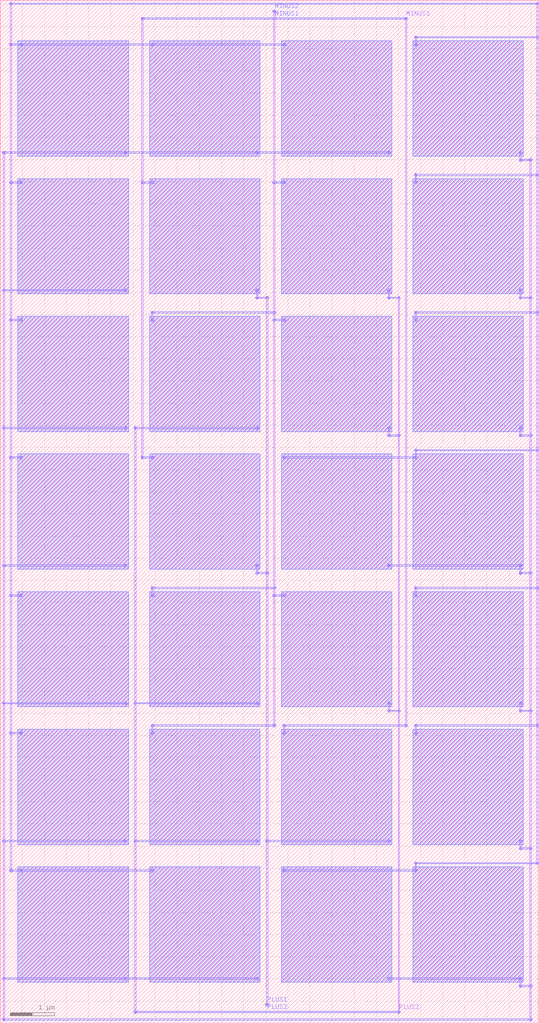
<source format=lef>
MACRO Cap_30fF_Cap_60fF
  ORIGIN 0 0 ;
  FOREIGN Cap_30fF_Cap_60fF 0 0 ;
  SIZE 12.16 BY 23.1 ;
  PIN MINUS1
    DIRECTION INOUT ;
    USE SIGNAL ;
    PORT 
      LAYER M1 ;
        RECT 3.2 22.644 3.232 22.716 ;
      LAYER M2 ;
        RECT 3.18 22.664 3.252 22.696 ;
      LAYER M1 ;
        RECT 9.152 22.644 9.184 22.716 ;
      LAYER M2 ;
        RECT 9.132 22.664 9.204 22.696 ;
      LAYER M2 ;
        RECT 3.216 22.664 9.168 22.696 ;
    END
  END MINUS1
  PIN PLUS1
    DIRECTION INOUT ;
    USE SIGNAL ;
    PORT 
      LAYER M1 ;
        RECT 6.016 0.384 6.048 0.456 ;
      LAYER M2 ;
        RECT 5.996 0.404 6.068 0.436 ;
    END
  END PLUS1
  PIN MINUS2
    DIRECTION INOUT ;
    USE SIGNAL ;
    PORT 
      LAYER M1 ;
        RECT 6.176 22.812 6.208 22.884 ;
      LAYER M2 ;
        RECT 6.156 22.832 6.228 22.864 ;
    END
  END MINUS2
  PIN PLUS2
    DIRECTION INOUT ;
    USE SIGNAL ;
    PORT 
      LAYER M1 ;
        RECT 3.04 0.216 3.072 0.288 ;
      LAYER M2 ;
        RECT 3.02 0.236 3.092 0.268 ;
      LAYER M1 ;
        RECT 8.992 0.216 9.024 0.288 ;
      LAYER M2 ;
        RECT 8.972 0.236 9.044 0.268 ;
      LAYER M2 ;
        RECT 3.056 0.236 9.008 0.268 ;
    END
  END PLUS2
  OBS 
  LAYER M1 ;
        RECT 5.792 10.296 5.824 10.368 ;
  LAYER M2 ;
        RECT 5.772 10.316 5.844 10.348 ;
  LAYER M1 ;
        RECT 5.792 10.164 5.824 10.332 ;
  LAYER M1 ;
        RECT 5.792 10.128 5.824 10.2 ;
  LAYER M2 ;
        RECT 5.772 10.148 5.844 10.18 ;
  LAYER M2 ;
        RECT 5.808 10.148 6.032 10.18 ;
  LAYER M1 ;
        RECT 6.016 10.128 6.048 10.2 ;
  LAYER M2 ;
        RECT 5.996 10.148 6.068 10.18 ;
  LAYER M1 ;
        RECT 5.792 16.512 5.824 16.584 ;
  LAYER M2 ;
        RECT 5.772 16.532 5.844 16.564 ;
  LAYER M1 ;
        RECT 5.792 16.38 5.824 16.548 ;
  LAYER M1 ;
        RECT 5.792 16.344 5.824 16.416 ;
  LAYER M2 ;
        RECT 5.772 16.364 5.844 16.396 ;
  LAYER M2 ;
        RECT 5.808 16.364 6.032 16.396 ;
  LAYER M1 ;
        RECT 6.016 16.344 6.048 16.416 ;
  LAYER M2 ;
        RECT 5.996 16.364 6.068 16.396 ;
  LAYER M1 ;
        RECT 8.768 4.08 8.8 4.152 ;
  LAYER M2 ;
        RECT 8.748 4.1 8.82 4.132 ;
  LAYER M2 ;
        RECT 6.032 4.1 8.784 4.132 ;
  LAYER M1 ;
        RECT 6.016 4.08 6.048 4.152 ;
  LAYER M2 ;
        RECT 5.996 4.1 6.068 4.132 ;
  LAYER M1 ;
        RECT 6.016 0.384 6.048 0.456 ;
  LAYER M2 ;
        RECT 5.996 0.404 6.068 0.436 ;
  LAYER M1 ;
        RECT 6.016 0.42 6.048 0.672 ;
  LAYER M1 ;
        RECT 6.016 0.672 6.048 16.38 ;
  LAYER M1 ;
        RECT 5.792 13.404 5.824 13.476 ;
  LAYER M2 ;
        RECT 5.772 13.424 5.844 13.456 ;
  LAYER M2 ;
        RECT 3.056 13.424 5.808 13.456 ;
  LAYER M1 ;
        RECT 3.04 13.404 3.072 13.476 ;
  LAYER M2 ;
        RECT 3.02 13.424 3.092 13.456 ;
  LAYER M1 ;
        RECT 5.792 7.188 5.824 7.26 ;
  LAYER M2 ;
        RECT 5.772 7.208 5.844 7.24 ;
  LAYER M2 ;
        RECT 3.056 7.208 5.808 7.24 ;
  LAYER M1 ;
        RECT 3.04 7.188 3.072 7.26 ;
  LAYER M2 ;
        RECT 3.02 7.208 3.092 7.24 ;
  LAYER M1 ;
        RECT 5.792 4.08 5.824 4.152 ;
  LAYER M2 ;
        RECT 5.772 4.1 5.844 4.132 ;
  LAYER M2 ;
        RECT 3.056 4.1 5.808 4.132 ;
  LAYER M1 ;
        RECT 3.04 4.08 3.072 4.152 ;
  LAYER M2 ;
        RECT 3.02 4.1 3.092 4.132 ;
  LAYER M1 ;
        RECT 3.04 0.216 3.072 0.288 ;
  LAYER M2 ;
        RECT 3.02 0.236 3.092 0.268 ;
  LAYER M1 ;
        RECT 3.04 0.252 3.072 0.672 ;
  LAYER M1 ;
        RECT 3.04 0.672 3.072 13.44 ;
  LAYER M1 ;
        RECT 8.768 7.188 8.8 7.26 ;
  LAYER M2 ;
        RECT 8.748 7.208 8.82 7.24 ;
  LAYER M1 ;
        RECT 8.768 7.056 8.8 7.224 ;
  LAYER M1 ;
        RECT 8.768 7.02 8.8 7.092 ;
  LAYER M2 ;
        RECT 8.748 7.04 8.82 7.072 ;
  LAYER M2 ;
        RECT 8.784 7.04 9.008 7.072 ;
  LAYER M1 ;
        RECT 8.992 7.02 9.024 7.092 ;
  LAYER M2 ;
        RECT 8.972 7.04 9.044 7.072 ;
  LAYER M1 ;
        RECT 8.768 13.404 8.8 13.476 ;
  LAYER M2 ;
        RECT 8.748 13.424 8.82 13.456 ;
  LAYER M1 ;
        RECT 8.768 13.272 8.8 13.44 ;
  LAYER M1 ;
        RECT 8.768 13.236 8.8 13.308 ;
  LAYER M2 ;
        RECT 8.748 13.256 8.82 13.288 ;
  LAYER M2 ;
        RECT 8.784 13.256 9.008 13.288 ;
  LAYER M1 ;
        RECT 8.992 13.236 9.024 13.308 ;
  LAYER M2 ;
        RECT 8.972 13.256 9.044 13.288 ;
  LAYER M1 ;
        RECT 8.768 16.512 8.8 16.584 ;
  LAYER M2 ;
        RECT 8.748 16.532 8.82 16.564 ;
  LAYER M1 ;
        RECT 8.768 16.38 8.8 16.548 ;
  LAYER M1 ;
        RECT 8.768 16.344 8.8 16.416 ;
  LAYER M2 ;
        RECT 8.748 16.364 8.82 16.396 ;
  LAYER M2 ;
        RECT 8.784 16.364 9.008 16.396 ;
  LAYER M1 ;
        RECT 8.992 16.344 9.024 16.416 ;
  LAYER M2 ;
        RECT 8.972 16.364 9.044 16.396 ;
  LAYER M1 ;
        RECT 8.992 0.216 9.024 0.288 ;
  LAYER M2 ;
        RECT 8.972 0.236 9.044 0.268 ;
  LAYER M1 ;
        RECT 8.992 0.252 9.024 0.672 ;
  LAYER M1 ;
        RECT 8.992 0.672 9.024 16.38 ;
  LAYER M2 ;
        RECT 3.056 0.236 9.008 0.268 ;
  LAYER M1 ;
        RECT 2.816 0.972 2.848 1.044 ;
  LAYER M2 ;
        RECT 2.796 0.992 2.868 1.024 ;
  LAYER M2 ;
        RECT 0.08 0.992 2.832 1.024 ;
  LAYER M1 ;
        RECT 0.064 0.972 0.096 1.044 ;
  LAYER M2 ;
        RECT 0.044 0.992 0.116 1.024 ;
  LAYER M1 ;
        RECT 2.816 4.08 2.848 4.152 ;
  LAYER M2 ;
        RECT 2.796 4.1 2.868 4.132 ;
  LAYER M2 ;
        RECT 0.08 4.1 2.832 4.132 ;
  LAYER M1 ;
        RECT 0.064 4.08 0.096 4.152 ;
  LAYER M2 ;
        RECT 0.044 4.1 0.116 4.132 ;
  LAYER M1 ;
        RECT 2.816 7.188 2.848 7.26 ;
  LAYER M2 ;
        RECT 2.796 7.208 2.868 7.24 ;
  LAYER M2 ;
        RECT 0.08 7.208 2.832 7.24 ;
  LAYER M1 ;
        RECT 0.064 7.188 0.096 7.26 ;
  LAYER M2 ;
        RECT 0.044 7.208 0.116 7.24 ;
  LAYER M1 ;
        RECT 2.816 10.296 2.848 10.368 ;
  LAYER M2 ;
        RECT 2.796 10.316 2.868 10.348 ;
  LAYER M2 ;
        RECT 0.08 10.316 2.832 10.348 ;
  LAYER M1 ;
        RECT 0.064 10.296 0.096 10.368 ;
  LAYER M2 ;
        RECT 0.044 10.316 0.116 10.348 ;
  LAYER M1 ;
        RECT 2.816 13.404 2.848 13.476 ;
  LAYER M2 ;
        RECT 2.796 13.424 2.868 13.456 ;
  LAYER M2 ;
        RECT 0.08 13.424 2.832 13.456 ;
  LAYER M1 ;
        RECT 0.064 13.404 0.096 13.476 ;
  LAYER M2 ;
        RECT 0.044 13.424 0.116 13.456 ;
  LAYER M1 ;
        RECT 2.816 16.512 2.848 16.584 ;
  LAYER M2 ;
        RECT 2.796 16.532 2.868 16.564 ;
  LAYER M2 ;
        RECT 0.08 16.532 2.832 16.564 ;
  LAYER M1 ;
        RECT 0.064 16.512 0.096 16.584 ;
  LAYER M2 ;
        RECT 0.044 16.532 0.116 16.564 ;
  LAYER M1 ;
        RECT 2.816 19.62 2.848 19.692 ;
  LAYER M2 ;
        RECT 2.796 19.64 2.868 19.672 ;
  LAYER M2 ;
        RECT 0.08 19.64 2.832 19.672 ;
  LAYER M1 ;
        RECT 0.064 19.62 0.096 19.692 ;
  LAYER M2 ;
        RECT 0.044 19.64 0.116 19.672 ;
  LAYER M1 ;
        RECT 0.064 0.048 0.096 0.12 ;
  LAYER M2 ;
        RECT 0.044 0.068 0.116 0.1 ;
  LAYER M1 ;
        RECT 0.064 0.084 0.096 0.672 ;
  LAYER M1 ;
        RECT 0.064 0.672 0.096 19.656 ;
  LAYER M1 ;
        RECT 11.744 0.972 11.776 1.044 ;
  LAYER M2 ;
        RECT 11.724 0.992 11.796 1.024 ;
  LAYER M1 ;
        RECT 11.744 0.84 11.776 1.008 ;
  LAYER M1 ;
        RECT 11.744 0.804 11.776 0.876 ;
  LAYER M2 ;
        RECT 11.724 0.824 11.796 0.856 ;
  LAYER M2 ;
        RECT 11.76 0.824 11.984 0.856 ;
  LAYER M1 ;
        RECT 11.968 0.804 12 0.876 ;
  LAYER M2 ;
        RECT 11.948 0.824 12.02 0.856 ;
  LAYER M1 ;
        RECT 11.744 4.08 11.776 4.152 ;
  LAYER M2 ;
        RECT 11.724 4.1 11.796 4.132 ;
  LAYER M1 ;
        RECT 11.744 3.948 11.776 4.116 ;
  LAYER M1 ;
        RECT 11.744 3.912 11.776 3.984 ;
  LAYER M2 ;
        RECT 11.724 3.932 11.796 3.964 ;
  LAYER M2 ;
        RECT 11.76 3.932 11.984 3.964 ;
  LAYER M1 ;
        RECT 11.968 3.912 12 3.984 ;
  LAYER M2 ;
        RECT 11.948 3.932 12.02 3.964 ;
  LAYER M1 ;
        RECT 11.744 7.188 11.776 7.26 ;
  LAYER M2 ;
        RECT 11.724 7.208 11.796 7.24 ;
  LAYER M1 ;
        RECT 11.744 7.056 11.776 7.224 ;
  LAYER M1 ;
        RECT 11.744 7.02 11.776 7.092 ;
  LAYER M2 ;
        RECT 11.724 7.04 11.796 7.072 ;
  LAYER M2 ;
        RECT 11.76 7.04 11.984 7.072 ;
  LAYER M1 ;
        RECT 11.968 7.02 12 7.092 ;
  LAYER M2 ;
        RECT 11.948 7.04 12.02 7.072 ;
  LAYER M1 ;
        RECT 11.744 10.296 11.776 10.368 ;
  LAYER M2 ;
        RECT 11.724 10.316 11.796 10.348 ;
  LAYER M1 ;
        RECT 11.744 10.164 11.776 10.332 ;
  LAYER M1 ;
        RECT 11.744 10.128 11.776 10.2 ;
  LAYER M2 ;
        RECT 11.724 10.148 11.796 10.18 ;
  LAYER M2 ;
        RECT 11.76 10.148 11.984 10.18 ;
  LAYER M1 ;
        RECT 11.968 10.128 12 10.2 ;
  LAYER M2 ;
        RECT 11.948 10.148 12.02 10.18 ;
  LAYER M1 ;
        RECT 11.744 13.404 11.776 13.476 ;
  LAYER M2 ;
        RECT 11.724 13.424 11.796 13.456 ;
  LAYER M1 ;
        RECT 11.744 13.272 11.776 13.44 ;
  LAYER M1 ;
        RECT 11.744 13.236 11.776 13.308 ;
  LAYER M2 ;
        RECT 11.724 13.256 11.796 13.288 ;
  LAYER M2 ;
        RECT 11.76 13.256 11.984 13.288 ;
  LAYER M1 ;
        RECT 11.968 13.236 12 13.308 ;
  LAYER M2 ;
        RECT 11.948 13.256 12.02 13.288 ;
  LAYER M1 ;
        RECT 11.744 16.512 11.776 16.584 ;
  LAYER M2 ;
        RECT 11.724 16.532 11.796 16.564 ;
  LAYER M1 ;
        RECT 11.744 16.38 11.776 16.548 ;
  LAYER M1 ;
        RECT 11.744 16.344 11.776 16.416 ;
  LAYER M2 ;
        RECT 11.724 16.364 11.796 16.396 ;
  LAYER M2 ;
        RECT 11.76 16.364 11.984 16.396 ;
  LAYER M1 ;
        RECT 11.968 16.344 12 16.416 ;
  LAYER M2 ;
        RECT 11.948 16.364 12.02 16.396 ;
  LAYER M1 ;
        RECT 11.744 19.62 11.776 19.692 ;
  LAYER M2 ;
        RECT 11.724 19.64 11.796 19.672 ;
  LAYER M1 ;
        RECT 11.744 19.488 11.776 19.656 ;
  LAYER M1 ;
        RECT 11.744 19.452 11.776 19.524 ;
  LAYER M2 ;
        RECT 11.724 19.472 11.796 19.504 ;
  LAYER M2 ;
        RECT 11.76 19.472 11.984 19.504 ;
  LAYER M1 ;
        RECT 11.968 19.452 12 19.524 ;
  LAYER M2 ;
        RECT 11.948 19.472 12.02 19.504 ;
  LAYER M1 ;
        RECT 11.968 0.048 12 0.12 ;
  LAYER M2 ;
        RECT 11.948 0.068 12.02 0.1 ;
  LAYER M1 ;
        RECT 11.968 0.084 12 0.672 ;
  LAYER M1 ;
        RECT 11.968 0.672 12 19.488 ;
  LAYER M2 ;
        RECT 0.08 0.068 11.984 0.1 ;
  LAYER M1 ;
        RECT 5.792 0.972 5.824 1.044 ;
  LAYER M2 ;
        RECT 5.772 0.992 5.844 1.024 ;
  LAYER M2 ;
        RECT 2.832 0.992 5.808 1.024 ;
  LAYER M1 ;
        RECT 2.816 0.972 2.848 1.044 ;
  LAYER M2 ;
        RECT 2.796 0.992 2.868 1.024 ;
  LAYER M1 ;
        RECT 5.792 19.62 5.824 19.692 ;
  LAYER M2 ;
        RECT 5.772 19.64 5.844 19.672 ;
  LAYER M2 ;
        RECT 2.832 19.64 5.808 19.672 ;
  LAYER M1 ;
        RECT 2.816 19.62 2.848 19.692 ;
  LAYER M2 ;
        RECT 2.796 19.64 2.868 19.672 ;
  LAYER M1 ;
        RECT 8.768 19.62 8.8 19.692 ;
  LAYER M2 ;
        RECT 8.748 19.64 8.82 19.672 ;
  LAYER M2 ;
        RECT 5.808 19.64 8.784 19.672 ;
  LAYER M1 ;
        RECT 5.792 19.62 5.824 19.692 ;
  LAYER M2 ;
        RECT 5.772 19.64 5.844 19.672 ;
  LAYER M1 ;
        RECT 8.768 10.296 8.8 10.368 ;
  LAYER M2 ;
        RECT 8.748 10.316 8.82 10.348 ;
  LAYER M2 ;
        RECT 8.784 10.316 11.76 10.348 ;
  LAYER M1 ;
        RECT 11.744 10.296 11.776 10.368 ;
  LAYER M2 ;
        RECT 11.724 10.316 11.796 10.348 ;
  LAYER M1 ;
        RECT 8.768 0.972 8.8 1.044 ;
  LAYER M2 ;
        RECT 8.748 0.992 8.82 1.024 ;
  LAYER M2 ;
        RECT 8.784 0.992 11.76 1.024 ;
  LAYER M1 ;
        RECT 11.744 0.972 11.776 1.044 ;
  LAYER M2 ;
        RECT 11.724 0.992 11.796 1.024 ;
  LAYER M1 ;
        RECT 3.424 12.732 3.456 12.804 ;
  LAYER M2 ;
        RECT 3.404 12.752 3.476 12.784 ;
  LAYER M2 ;
        RECT 3.216 12.752 3.44 12.784 ;
  LAYER M1 ;
        RECT 3.2 12.732 3.232 12.804 ;
  LAYER M2 ;
        RECT 3.18 12.752 3.252 12.784 ;
  LAYER M1 ;
        RECT 3.424 18.948 3.456 19.02 ;
  LAYER M2 ;
        RECT 3.404 18.968 3.476 19 ;
  LAYER M2 ;
        RECT 3.216 18.968 3.44 19 ;
  LAYER M1 ;
        RECT 3.2 18.948 3.232 19.02 ;
  LAYER M2 ;
        RECT 3.18 18.968 3.252 19 ;
  LAYER M1 ;
        RECT 3.2 22.644 3.232 22.716 ;
  LAYER M2 ;
        RECT 3.18 22.664 3.252 22.696 ;
  LAYER M1 ;
        RECT 3.2 22.428 3.232 22.68 ;
  LAYER M1 ;
        RECT 3.2 12.768 3.232 22.428 ;
  LAYER M1 ;
        RECT 6.4 6.516 6.432 6.588 ;
  LAYER M2 ;
        RECT 6.38 6.536 6.452 6.568 ;
  LAYER M1 ;
        RECT 6.4 6.552 6.432 6.72 ;
  LAYER M1 ;
        RECT 6.4 6.684 6.432 6.756 ;
  LAYER M2 ;
        RECT 6.38 6.704 6.452 6.736 ;
  LAYER M2 ;
        RECT 6.416 6.704 9.168 6.736 ;
  LAYER M1 ;
        RECT 9.152 6.684 9.184 6.756 ;
  LAYER M2 ;
        RECT 9.132 6.704 9.204 6.736 ;
  LAYER M1 ;
        RECT 9.152 22.644 9.184 22.716 ;
  LAYER M2 ;
        RECT 9.132 22.664 9.204 22.696 ;
  LAYER M1 ;
        RECT 9.152 22.428 9.184 22.68 ;
  LAYER M1 ;
        RECT 9.152 6.72 9.184 22.428 ;
  LAYER M2 ;
        RECT 3.216 22.664 9.168 22.696 ;
  LAYER M1 ;
        RECT 3.424 15.84 3.456 15.912 ;
  LAYER M2 ;
        RECT 3.404 15.86 3.476 15.892 ;
  LAYER M1 ;
        RECT 3.424 15.876 3.456 16.044 ;
  LAYER M1 ;
        RECT 3.424 16.008 3.456 16.08 ;
  LAYER M2 ;
        RECT 3.404 16.028 3.476 16.06 ;
  LAYER M2 ;
        RECT 3.44 16.028 6.192 16.06 ;
  LAYER M1 ;
        RECT 6.176 16.008 6.208 16.08 ;
  LAYER M2 ;
        RECT 6.156 16.028 6.228 16.06 ;
  LAYER M1 ;
        RECT 6.4 9.624 6.432 9.696 ;
  LAYER M2 ;
        RECT 6.38 9.644 6.452 9.676 ;
  LAYER M2 ;
        RECT 6.192 9.644 6.416 9.676 ;
  LAYER M1 ;
        RECT 6.176 9.624 6.208 9.696 ;
  LAYER M2 ;
        RECT 6.156 9.644 6.228 9.676 ;
  LAYER M1 ;
        RECT 3.424 9.624 3.456 9.696 ;
  LAYER M2 ;
        RECT 3.404 9.644 3.476 9.676 ;
  LAYER M1 ;
        RECT 3.424 9.66 3.456 9.828 ;
  LAYER M1 ;
        RECT 3.424 9.792 3.456 9.864 ;
  LAYER M2 ;
        RECT 3.404 9.812 3.476 9.844 ;
  LAYER M2 ;
        RECT 3.44 9.812 6.192 9.844 ;
  LAYER M1 ;
        RECT 6.176 9.792 6.208 9.864 ;
  LAYER M2 ;
        RECT 6.156 9.812 6.228 9.844 ;
  LAYER M1 ;
        RECT 6.4 15.84 6.432 15.912 ;
  LAYER M2 ;
        RECT 6.38 15.86 6.452 15.892 ;
  LAYER M2 ;
        RECT 6.192 15.86 6.416 15.892 ;
  LAYER M1 ;
        RECT 6.176 15.84 6.208 15.912 ;
  LAYER M2 ;
        RECT 6.156 15.86 6.228 15.892 ;
  LAYER M1 ;
        RECT 3.424 6.516 3.456 6.588 ;
  LAYER M2 ;
        RECT 3.404 6.536 3.476 6.568 ;
  LAYER M1 ;
        RECT 3.424 6.552 3.456 6.72 ;
  LAYER M1 ;
        RECT 3.424 6.684 3.456 6.756 ;
  LAYER M2 ;
        RECT 3.404 6.704 3.476 6.736 ;
  LAYER M2 ;
        RECT 3.44 6.704 6.192 6.736 ;
  LAYER M1 ;
        RECT 6.176 6.684 6.208 6.756 ;
  LAYER M2 ;
        RECT 6.156 6.704 6.228 6.736 ;
  LAYER M1 ;
        RECT 6.4 18.948 6.432 19.02 ;
  LAYER M2 ;
        RECT 6.38 18.968 6.452 19 ;
  LAYER M2 ;
        RECT 6.192 18.968 6.416 19 ;
  LAYER M1 ;
        RECT 6.176 18.948 6.208 19.02 ;
  LAYER M2 ;
        RECT 6.156 18.968 6.228 19 ;
  LAYER M1 ;
        RECT 6.176 22.812 6.208 22.884 ;
  LAYER M2 ;
        RECT 6.156 22.832 6.228 22.864 ;
  LAYER M1 ;
        RECT 6.176 22.428 6.208 22.848 ;
  LAYER M1 ;
        RECT 6.176 6.72 6.208 22.428 ;
  LAYER M1 ;
        RECT 0.448 3.408 0.48 3.48 ;
  LAYER M2 ;
        RECT 0.428 3.428 0.5 3.46 ;
  LAYER M2 ;
        RECT 0.24 3.428 0.464 3.46 ;
  LAYER M1 ;
        RECT 0.224 3.408 0.256 3.48 ;
  LAYER M2 ;
        RECT 0.204 3.428 0.276 3.46 ;
  LAYER M1 ;
        RECT 0.448 6.516 0.48 6.588 ;
  LAYER M2 ;
        RECT 0.428 6.536 0.5 6.568 ;
  LAYER M2 ;
        RECT 0.24 6.536 0.464 6.568 ;
  LAYER M1 ;
        RECT 0.224 6.516 0.256 6.588 ;
  LAYER M2 ;
        RECT 0.204 6.536 0.276 6.568 ;
  LAYER M1 ;
        RECT 0.448 9.624 0.48 9.696 ;
  LAYER M2 ;
        RECT 0.428 9.644 0.5 9.676 ;
  LAYER M2 ;
        RECT 0.24 9.644 0.464 9.676 ;
  LAYER M1 ;
        RECT 0.224 9.624 0.256 9.696 ;
  LAYER M2 ;
        RECT 0.204 9.644 0.276 9.676 ;
  LAYER M1 ;
        RECT 0.448 12.732 0.48 12.804 ;
  LAYER M2 ;
        RECT 0.428 12.752 0.5 12.784 ;
  LAYER M2 ;
        RECT 0.24 12.752 0.464 12.784 ;
  LAYER M1 ;
        RECT 0.224 12.732 0.256 12.804 ;
  LAYER M2 ;
        RECT 0.204 12.752 0.276 12.784 ;
  LAYER M1 ;
        RECT 0.448 15.84 0.48 15.912 ;
  LAYER M2 ;
        RECT 0.428 15.86 0.5 15.892 ;
  LAYER M2 ;
        RECT 0.24 15.86 0.464 15.892 ;
  LAYER M1 ;
        RECT 0.224 15.84 0.256 15.912 ;
  LAYER M2 ;
        RECT 0.204 15.86 0.276 15.892 ;
  LAYER M1 ;
        RECT 0.448 18.948 0.48 19.02 ;
  LAYER M2 ;
        RECT 0.428 18.968 0.5 19 ;
  LAYER M2 ;
        RECT 0.24 18.968 0.464 19 ;
  LAYER M1 ;
        RECT 0.224 18.948 0.256 19.02 ;
  LAYER M2 ;
        RECT 0.204 18.968 0.276 19 ;
  LAYER M1 ;
        RECT 0.448 22.056 0.48 22.128 ;
  LAYER M2 ;
        RECT 0.428 22.076 0.5 22.108 ;
  LAYER M2 ;
        RECT 0.24 22.076 0.464 22.108 ;
  LAYER M1 ;
        RECT 0.224 22.056 0.256 22.128 ;
  LAYER M2 ;
        RECT 0.204 22.076 0.276 22.108 ;
  LAYER M1 ;
        RECT 0.224 22.98 0.256 23.052 ;
  LAYER M2 ;
        RECT 0.204 23 0.276 23.032 ;
  LAYER M1 ;
        RECT 0.224 22.428 0.256 23.016 ;
  LAYER M1 ;
        RECT 0.224 3.444 0.256 22.428 ;
  LAYER M1 ;
        RECT 9.376 3.408 9.408 3.48 ;
  LAYER M2 ;
        RECT 9.356 3.428 9.428 3.46 ;
  LAYER M1 ;
        RECT 9.376 3.444 9.408 3.612 ;
  LAYER M1 ;
        RECT 9.376 3.576 9.408 3.648 ;
  LAYER M2 ;
        RECT 9.356 3.596 9.428 3.628 ;
  LAYER M2 ;
        RECT 9.392 3.596 12.144 3.628 ;
  LAYER M1 ;
        RECT 12.128 3.576 12.16 3.648 ;
  LAYER M2 ;
        RECT 12.108 3.596 12.18 3.628 ;
  LAYER M1 ;
        RECT 9.376 6.516 9.408 6.588 ;
  LAYER M2 ;
        RECT 9.356 6.536 9.428 6.568 ;
  LAYER M1 ;
        RECT 9.376 6.552 9.408 6.72 ;
  LAYER M1 ;
        RECT 9.376 6.684 9.408 6.756 ;
  LAYER M2 ;
        RECT 9.356 6.704 9.428 6.736 ;
  LAYER M2 ;
        RECT 9.392 6.704 12.144 6.736 ;
  LAYER M1 ;
        RECT 12.128 6.684 12.16 6.756 ;
  LAYER M2 ;
        RECT 12.108 6.704 12.18 6.736 ;
  LAYER M1 ;
        RECT 9.376 9.624 9.408 9.696 ;
  LAYER M2 ;
        RECT 9.356 9.644 9.428 9.676 ;
  LAYER M1 ;
        RECT 9.376 9.66 9.408 9.828 ;
  LAYER M1 ;
        RECT 9.376 9.792 9.408 9.864 ;
  LAYER M2 ;
        RECT 9.356 9.812 9.428 9.844 ;
  LAYER M2 ;
        RECT 9.392 9.812 12.144 9.844 ;
  LAYER M1 ;
        RECT 12.128 9.792 12.16 9.864 ;
  LAYER M2 ;
        RECT 12.108 9.812 12.18 9.844 ;
  LAYER M1 ;
        RECT 9.376 12.732 9.408 12.804 ;
  LAYER M2 ;
        RECT 9.356 12.752 9.428 12.784 ;
  LAYER M1 ;
        RECT 9.376 12.768 9.408 12.936 ;
  LAYER M1 ;
        RECT 9.376 12.9 9.408 12.972 ;
  LAYER M2 ;
        RECT 9.356 12.92 9.428 12.952 ;
  LAYER M2 ;
        RECT 9.392 12.92 12.144 12.952 ;
  LAYER M1 ;
        RECT 12.128 12.9 12.16 12.972 ;
  LAYER M2 ;
        RECT 12.108 12.92 12.18 12.952 ;
  LAYER M1 ;
        RECT 9.376 15.84 9.408 15.912 ;
  LAYER M2 ;
        RECT 9.356 15.86 9.428 15.892 ;
  LAYER M1 ;
        RECT 9.376 15.876 9.408 16.044 ;
  LAYER M1 ;
        RECT 9.376 16.008 9.408 16.08 ;
  LAYER M2 ;
        RECT 9.356 16.028 9.428 16.06 ;
  LAYER M2 ;
        RECT 9.392 16.028 12.144 16.06 ;
  LAYER M1 ;
        RECT 12.128 16.008 12.16 16.08 ;
  LAYER M2 ;
        RECT 12.108 16.028 12.18 16.06 ;
  LAYER M1 ;
        RECT 9.376 18.948 9.408 19.02 ;
  LAYER M2 ;
        RECT 9.356 18.968 9.428 19 ;
  LAYER M1 ;
        RECT 9.376 18.984 9.408 19.152 ;
  LAYER M1 ;
        RECT 9.376 19.116 9.408 19.188 ;
  LAYER M2 ;
        RECT 9.356 19.136 9.428 19.168 ;
  LAYER M2 ;
        RECT 9.392 19.136 12.144 19.168 ;
  LAYER M1 ;
        RECT 12.128 19.116 12.16 19.188 ;
  LAYER M2 ;
        RECT 12.108 19.136 12.18 19.168 ;
  LAYER M1 ;
        RECT 9.376 22.056 9.408 22.128 ;
  LAYER M2 ;
        RECT 9.356 22.076 9.428 22.108 ;
  LAYER M1 ;
        RECT 9.376 22.092 9.408 22.26 ;
  LAYER M1 ;
        RECT 9.376 22.224 9.408 22.296 ;
  LAYER M2 ;
        RECT 9.356 22.244 9.428 22.276 ;
  LAYER M2 ;
        RECT 9.392 22.244 12.144 22.276 ;
  LAYER M1 ;
        RECT 12.128 22.224 12.16 22.296 ;
  LAYER M2 ;
        RECT 12.108 22.244 12.18 22.276 ;
  LAYER M1 ;
        RECT 12.128 22.98 12.16 23.052 ;
  LAYER M2 ;
        RECT 12.108 23 12.18 23.032 ;
  LAYER M1 ;
        RECT 12.128 22.428 12.16 23.016 ;
  LAYER M1 ;
        RECT 12.128 3.612 12.16 22.428 ;
  LAYER M2 ;
        RECT 0.24 23 12.144 23.032 ;
  LAYER M1 ;
        RECT 3.424 3.408 3.456 3.48 ;
  LAYER M2 ;
        RECT 3.404 3.428 3.476 3.46 ;
  LAYER M2 ;
        RECT 0.464 3.428 3.44 3.46 ;
  LAYER M1 ;
        RECT 0.448 3.408 0.48 3.48 ;
  LAYER M2 ;
        RECT 0.428 3.428 0.5 3.46 ;
  LAYER M1 ;
        RECT 3.424 22.056 3.456 22.128 ;
  LAYER M2 ;
        RECT 3.404 22.076 3.476 22.108 ;
  LAYER M2 ;
        RECT 0.464 22.076 3.44 22.108 ;
  LAYER M1 ;
        RECT 0.448 22.056 0.48 22.128 ;
  LAYER M2 ;
        RECT 0.428 22.076 0.5 22.108 ;
  LAYER M1 ;
        RECT 6.4 22.056 6.432 22.128 ;
  LAYER M2 ;
        RECT 6.38 22.076 6.452 22.108 ;
  LAYER M2 ;
        RECT 3.44 22.076 6.416 22.108 ;
  LAYER M1 ;
        RECT 3.424 22.056 3.456 22.128 ;
  LAYER M2 ;
        RECT 3.404 22.076 3.476 22.108 ;
  LAYER M1 ;
        RECT 6.4 12.732 6.432 12.804 ;
  LAYER M2 ;
        RECT 6.38 12.752 6.452 12.784 ;
  LAYER M2 ;
        RECT 6.416 12.752 9.392 12.784 ;
  LAYER M1 ;
        RECT 9.376 12.732 9.408 12.804 ;
  LAYER M2 ;
        RECT 9.356 12.752 9.428 12.784 ;
  LAYER M1 ;
        RECT 6.4 3.408 6.432 3.48 ;
  LAYER M2 ;
        RECT 6.38 3.428 6.452 3.46 ;
  LAYER M2 ;
        RECT 6.416 3.428 9.392 3.46 ;
  LAYER M1 ;
        RECT 9.376 3.408 9.408 3.48 ;
  LAYER M2 ;
        RECT 9.356 3.428 9.428 3.46 ;
  LAYER M1 ;
        RECT 0.4 0.924 2.896 3.528 ;
  LAYER M3 ;
        RECT 0.4 0.924 2.896 3.528 ;
  LAYER M2 ;
        RECT 0.4 0.924 2.896 3.528 ;
  LAYER M1 ;
        RECT 0.4 4.032 2.896 6.636 ;
  LAYER M3 ;
        RECT 0.4 4.032 2.896 6.636 ;
  LAYER M2 ;
        RECT 0.4 4.032 2.896 6.636 ;
  LAYER M1 ;
        RECT 0.4 7.14 2.896 9.744 ;
  LAYER M3 ;
        RECT 0.4 7.14 2.896 9.744 ;
  LAYER M2 ;
        RECT 0.4 7.14 2.896 9.744 ;
  LAYER M1 ;
        RECT 0.4 10.248 2.896 12.852 ;
  LAYER M3 ;
        RECT 0.4 10.248 2.896 12.852 ;
  LAYER M2 ;
        RECT 0.4 10.248 2.896 12.852 ;
  LAYER M1 ;
        RECT 0.4 13.356 2.896 15.96 ;
  LAYER M3 ;
        RECT 0.4 13.356 2.896 15.96 ;
  LAYER M2 ;
        RECT 0.4 13.356 2.896 15.96 ;
  LAYER M1 ;
        RECT 0.4 16.464 2.896 19.068 ;
  LAYER M3 ;
        RECT 0.4 16.464 2.896 19.068 ;
  LAYER M2 ;
        RECT 0.4 16.464 2.896 19.068 ;
  LAYER M1 ;
        RECT 0.4 19.572 2.896 22.176 ;
  LAYER M3 ;
        RECT 0.4 19.572 2.896 22.176 ;
  LAYER M2 ;
        RECT 0.4 19.572 2.896 22.176 ;
  LAYER M1 ;
        RECT 3.376 0.924 5.872 3.528 ;
  LAYER M3 ;
        RECT 3.376 0.924 5.872 3.528 ;
  LAYER M2 ;
        RECT 3.376 0.924 5.872 3.528 ;
  LAYER M1 ;
        RECT 3.376 4.032 5.872 6.636 ;
  LAYER M3 ;
        RECT 3.376 4.032 5.872 6.636 ;
  LAYER M2 ;
        RECT 3.376 4.032 5.872 6.636 ;
  LAYER M1 ;
        RECT 3.376 7.14 5.872 9.744 ;
  LAYER M3 ;
        RECT 3.376 7.14 5.872 9.744 ;
  LAYER M2 ;
        RECT 3.376 7.14 5.872 9.744 ;
  LAYER M1 ;
        RECT 3.376 10.248 5.872 12.852 ;
  LAYER M3 ;
        RECT 3.376 10.248 5.872 12.852 ;
  LAYER M2 ;
        RECT 3.376 10.248 5.872 12.852 ;
  LAYER M1 ;
        RECT 3.376 13.356 5.872 15.96 ;
  LAYER M3 ;
        RECT 3.376 13.356 5.872 15.96 ;
  LAYER M2 ;
        RECT 3.376 13.356 5.872 15.96 ;
  LAYER M1 ;
        RECT 3.376 16.464 5.872 19.068 ;
  LAYER M3 ;
        RECT 3.376 16.464 5.872 19.068 ;
  LAYER M2 ;
        RECT 3.376 16.464 5.872 19.068 ;
  LAYER M1 ;
        RECT 3.376 19.572 5.872 22.176 ;
  LAYER M3 ;
        RECT 3.376 19.572 5.872 22.176 ;
  LAYER M2 ;
        RECT 3.376 19.572 5.872 22.176 ;
  LAYER M1 ;
        RECT 6.352 0.924 8.848 3.528 ;
  LAYER M3 ;
        RECT 6.352 0.924 8.848 3.528 ;
  LAYER M2 ;
        RECT 6.352 0.924 8.848 3.528 ;
  LAYER M1 ;
        RECT 6.352 4.032 8.848 6.636 ;
  LAYER M3 ;
        RECT 6.352 4.032 8.848 6.636 ;
  LAYER M2 ;
        RECT 6.352 4.032 8.848 6.636 ;
  LAYER M1 ;
        RECT 6.352 7.14 8.848 9.744 ;
  LAYER M3 ;
        RECT 6.352 7.14 8.848 9.744 ;
  LAYER M2 ;
        RECT 6.352 7.14 8.848 9.744 ;
  LAYER M1 ;
        RECT 6.352 10.248 8.848 12.852 ;
  LAYER M3 ;
        RECT 6.352 10.248 8.848 12.852 ;
  LAYER M2 ;
        RECT 6.352 10.248 8.848 12.852 ;
  LAYER M1 ;
        RECT 6.352 13.356 8.848 15.96 ;
  LAYER M3 ;
        RECT 6.352 13.356 8.848 15.96 ;
  LAYER M2 ;
        RECT 6.352 13.356 8.848 15.96 ;
  LAYER M1 ;
        RECT 6.352 16.464 8.848 19.068 ;
  LAYER M3 ;
        RECT 6.352 16.464 8.848 19.068 ;
  LAYER M2 ;
        RECT 6.352 16.464 8.848 19.068 ;
  LAYER M1 ;
        RECT 6.352 19.572 8.848 22.176 ;
  LAYER M3 ;
        RECT 6.352 19.572 8.848 22.176 ;
  LAYER M2 ;
        RECT 6.352 19.572 8.848 22.176 ;
  LAYER M1 ;
        RECT 9.328 0.924 11.824 3.528 ;
  LAYER M3 ;
        RECT 9.328 0.924 11.824 3.528 ;
  LAYER M2 ;
        RECT 9.328 0.924 11.824 3.528 ;
  LAYER M1 ;
        RECT 9.328 4.032 11.824 6.636 ;
  LAYER M3 ;
        RECT 9.328 4.032 11.824 6.636 ;
  LAYER M2 ;
        RECT 9.328 4.032 11.824 6.636 ;
  LAYER M1 ;
        RECT 9.328 7.14 11.824 9.744 ;
  LAYER M3 ;
        RECT 9.328 7.14 11.824 9.744 ;
  LAYER M2 ;
        RECT 9.328 7.14 11.824 9.744 ;
  LAYER M1 ;
        RECT 9.328 10.248 11.824 12.852 ;
  LAYER M3 ;
        RECT 9.328 10.248 11.824 12.852 ;
  LAYER M2 ;
        RECT 9.328 10.248 11.824 12.852 ;
  LAYER M1 ;
        RECT 9.328 13.356 11.824 15.96 ;
  LAYER M3 ;
        RECT 9.328 13.356 11.824 15.96 ;
  LAYER M2 ;
        RECT 9.328 13.356 11.824 15.96 ;
  LAYER M1 ;
        RECT 9.328 16.464 11.824 19.068 ;
  LAYER M3 ;
        RECT 9.328 16.464 11.824 19.068 ;
  LAYER M2 ;
        RECT 9.328 16.464 11.824 19.068 ;
  LAYER M1 ;
        RECT 9.328 19.572 11.824 22.176 ;
  LAYER M3 ;
        RECT 9.328 19.572 11.824 22.176 ;
  LAYER M2 ;
        RECT 9.328 19.572 11.824 22.176 ;
  END 
END Cap_30fF_Cap_60fF

</source>
